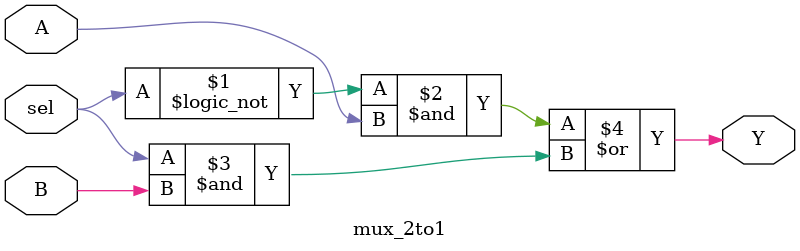
<source format=v>
module mux_2to1 (
    input A,
    input B,
    input sel,
    output Y
);

    assign Y = (!sel & A) | (sel & B);

endmodule
</source>
